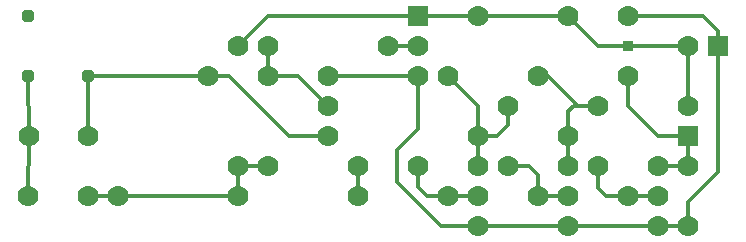
<source format=gbl>
G75*
%MOIN*%
%OFA0B0*%
%FSLAX25Y25*%
%IPPOS*%
%LPD*%
%AMOC8*
5,1,8,0,0,1.08239X$1,22.5*
%
%ADD10R,0.07000X0.07000*%
%ADD11C,0.07000*%
%ADD12R,0.03543X0.03543*%
%ADD13OC8,0.04331*%
%ADD14C,0.01299*%
D10*
X0153240Y0089673D03*
X0243240Y0049673D03*
X0253240Y0079673D03*
D11*
X0023240Y0029673D03*
X0043240Y0029673D03*
X0053240Y0029673D03*
X0093240Y0029673D03*
X0093240Y0039673D03*
X0103240Y0039673D03*
X0123240Y0049673D03*
X0123240Y0059673D03*
X0123240Y0069673D03*
X0103240Y0069673D03*
X0083240Y0069673D03*
X0093240Y0079673D03*
X0103240Y0079673D03*
X0143240Y0079673D03*
X0153240Y0079673D03*
X0153240Y0069673D03*
X0163240Y0069673D03*
X0183240Y0059673D03*
X0173240Y0049673D03*
X0173240Y0039673D03*
X0183240Y0039673D03*
X0203240Y0039673D03*
X0213240Y0039673D03*
X0233240Y0039673D03*
X0243240Y0039673D03*
X0233240Y0029673D03*
X0223240Y0029673D03*
X0203240Y0029673D03*
X0193240Y0029673D03*
X0173240Y0029673D03*
X0163240Y0029673D03*
X0173240Y0019673D03*
X0203240Y0019673D03*
X0233240Y0019673D03*
X0243240Y0019673D03*
X0203240Y0049673D03*
X0213240Y0059673D03*
X0223240Y0069673D03*
X0243240Y0059673D03*
X0243240Y0079673D03*
X0223240Y0089673D03*
X0203240Y0089673D03*
X0173240Y0089673D03*
X0193240Y0069673D03*
X0153240Y0039673D03*
X0133240Y0039673D03*
X0133240Y0029673D03*
X0043083Y0049673D03*
X0023398Y0049673D03*
D12*
X0223240Y0079673D03*
D13*
X0043240Y0069673D03*
X0023240Y0069673D03*
X0023240Y0089673D03*
D14*
X0023240Y0069673D02*
X0023398Y0049673D01*
X0023240Y0029673D01*
X0043240Y0029673D02*
X0053240Y0029673D01*
X0093240Y0029673D01*
X0093240Y0039673D01*
X0103240Y0039673D01*
X0110041Y0049673D02*
X0090041Y0069673D01*
X0083240Y0069673D01*
X0043240Y0069673D01*
X0043083Y0049673D01*
X0103240Y0069673D02*
X0113240Y0069673D01*
X0123240Y0059673D01*
X0123240Y0049673D02*
X0110041Y0049673D01*
X0133240Y0039673D02*
X0133240Y0029673D01*
X0146098Y0034404D02*
X0160828Y0019673D01*
X0173240Y0019673D01*
X0203240Y0019673D01*
X0233240Y0019673D01*
X0243240Y0019673D01*
X0243240Y0027610D01*
X0253240Y0037610D01*
X0253240Y0074673D01*
X0253240Y0079673D01*
X0253240Y0084673D01*
X0248240Y0089673D01*
X0223240Y0089673D01*
X0213240Y0079673D02*
X0203240Y0089673D01*
X0173240Y0089673D01*
X0153240Y0089673D01*
X0103240Y0089673D01*
X0093240Y0079673D01*
X0103240Y0079673D02*
X0103240Y0069673D01*
X0123240Y0069673D02*
X0153240Y0069673D01*
X0153240Y0051941D01*
X0146098Y0044798D01*
X0146098Y0034404D01*
X0153240Y0032458D02*
X0153240Y0039673D01*
X0153240Y0032458D02*
X0156025Y0029673D01*
X0163240Y0029673D01*
X0173240Y0029673D01*
X0190199Y0039673D02*
X0193240Y0036632D01*
X0193240Y0029673D01*
X0203240Y0029673D01*
X0213240Y0032222D02*
X0213240Y0039673D01*
X0203240Y0039673D02*
X0203240Y0049673D01*
X0203240Y0057767D01*
X0205146Y0059673D01*
X0213240Y0059673D01*
X0206577Y0059673D01*
X0196577Y0069673D01*
X0193240Y0069673D01*
X0183240Y0059673D02*
X0183240Y0053358D01*
X0179556Y0049673D01*
X0173240Y0049673D01*
X0173240Y0059673D01*
X0163240Y0069673D01*
X0153240Y0079673D02*
X0143240Y0079673D01*
X0213240Y0079673D02*
X0223240Y0079673D01*
X0243240Y0079673D01*
X0243240Y0059673D01*
X0233240Y0049673D02*
X0223240Y0059673D01*
X0223240Y0069673D01*
X0233240Y0049673D02*
X0243240Y0049673D01*
X0243240Y0039673D01*
X0233240Y0039673D01*
X0215789Y0029673D02*
X0213240Y0032222D01*
X0215789Y0029673D02*
X0223240Y0029673D01*
X0233240Y0029673D01*
X0190199Y0039673D02*
X0183240Y0039673D01*
X0173240Y0039673D02*
X0173240Y0049673D01*
M02*

</source>
